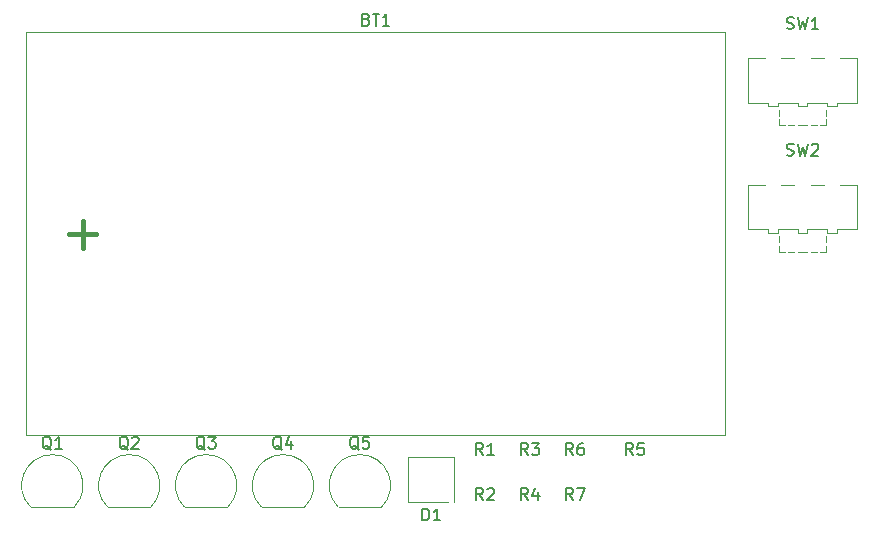
<source format=gto>
G04 #@! TF.GenerationSoftware,KiCad,Pcbnew,5.1.9+dfsg1-1+deb11u1*
G04 #@! TF.CreationDate,2023-11-08T13:21:38-05:00*
G04 #@! TF.ProjectId,Unit1-04,556e6974-312d-4303-942e-6b696361645f,rev?*
G04 #@! TF.SameCoordinates,Original*
G04 #@! TF.FileFunction,Legend,Top*
G04 #@! TF.FilePolarity,Positive*
%FSLAX46Y46*%
G04 Gerber Fmt 4.6, Leading zero omitted, Abs format (unit mm)*
G04 Created by KiCad (PCBNEW 5.1.9+dfsg1-1+deb11u1) date 2023-11-08 13:21:38*
%MOMM*%
%LPD*%
G01*
G04 APERTURE LIST*
%ADD10C,0.120000*%
%ADD11C,0.150000*%
%ADD12C,0.450000*%
%ADD13C,2.600000*%
%ADD14R,2.600000X2.600000*%
%ADD15C,3.800000*%
%ADD16R,0.550000X0.380000*%
%ADD17R,1.400000X1.200000*%
%ADD18O,1.050000X1.500000*%
%ADD19R,1.050000X1.500000*%
%ADD20C,0.900000*%
%ADD21R,1.250000X2.500000*%
G04 APERTURE END LIST*
D10*
X108465001Y-108245001D02*
X167685001Y-108245001D01*
X108465001Y-74125001D02*
X167685001Y-74125001D01*
X167685001Y-74125001D02*
X167685001Y-108245001D01*
X108465001Y-74125001D02*
X108465001Y-108245001D01*
X144175001Y-113905001D02*
X140845001Y-113905001D01*
X144705001Y-110055001D02*
X144705001Y-113905001D01*
X140845001Y-110055001D02*
X144705001Y-110055001D01*
X140845001Y-113905001D02*
X140845001Y-110055001D01*
X108905001Y-114315001D02*
X112505001Y-114315001D01*
X108866523Y-114303479D02*
G75*
G02*
X110705001Y-109865001I1838478J1838478D01*
G01*
X112543479Y-114303479D02*
G75*
G03*
X110705001Y-109865001I-1838478J1838478D01*
G01*
X115415001Y-114315001D02*
X119015001Y-114315001D01*
X115376523Y-114303479D02*
G75*
G02*
X117215001Y-109865001I1838478J1838478D01*
G01*
X119053479Y-114303479D02*
G75*
G03*
X117215001Y-109865001I-1838478J1838478D01*
G01*
X121925001Y-114315001D02*
X125525001Y-114315001D01*
X121886523Y-114303479D02*
G75*
G02*
X123725001Y-109865001I1838478J1838478D01*
G01*
X125563479Y-114303479D02*
G75*
G03*
X123725001Y-109865001I-1838478J1838478D01*
G01*
X128435001Y-114315001D02*
X132035001Y-114315001D01*
X132073479Y-114303479D02*
G75*
G03*
X130235001Y-109865001I-1838478J1838478D01*
G01*
X128396523Y-114303479D02*
G75*
G02*
X130235001Y-109865001I1838478J1838478D01*
G01*
X134945001Y-114315001D02*
X138545001Y-114315001D01*
X138583479Y-114303479D02*
G75*
G03*
X136745001Y-109865001I-1838478J1838478D01*
G01*
X134906523Y-114303479D02*
G75*
G02*
X136745001Y-109865001I1838478J1838478D01*
G01*
X177425001Y-76285001D02*
X178825001Y-76285001D01*
X178825001Y-76285001D02*
X178825001Y-80085001D01*
X169625001Y-80085001D02*
X169625001Y-76285001D01*
X169625001Y-76285001D02*
X171025001Y-76285001D01*
X176025001Y-76285001D02*
X174925001Y-76285001D01*
X174925001Y-76285001D02*
X174925001Y-76285001D01*
X173525001Y-76285001D02*
X172425001Y-76285001D01*
X172425001Y-76285001D02*
X172425001Y-76285001D01*
X178825001Y-80085001D02*
X177125001Y-80085001D01*
X177125001Y-80085001D02*
X177125001Y-80385001D01*
X177125001Y-80385001D02*
X176325001Y-80385001D01*
X176325001Y-80385001D02*
X176325001Y-80085001D01*
X176325001Y-80085001D02*
X174625001Y-80085001D01*
X174625001Y-80085001D02*
X174625001Y-80385001D01*
X174625001Y-80385001D02*
X173825001Y-80385001D01*
X173825001Y-80385001D02*
X173825001Y-80085001D01*
X173825001Y-80085001D02*
X172125001Y-80085001D01*
X172125001Y-80085001D02*
X172125001Y-80385001D01*
X172125001Y-80385001D02*
X171325001Y-80385001D01*
X171325001Y-80385001D02*
X171325001Y-80085001D01*
X171325001Y-80085001D02*
X169625001Y-80085001D01*
X169625001Y-80085001D02*
X169625001Y-80085001D01*
X172225001Y-81985001D02*
X172225001Y-81485001D01*
X172225001Y-81485001D02*
X172225001Y-81485001D01*
X172225001Y-81985001D02*
X172725001Y-81985001D01*
X172725001Y-81985001D02*
X172725001Y-81985001D01*
X176225001Y-81985001D02*
X175725001Y-81985001D01*
X175725001Y-81985001D02*
X175725001Y-81985001D01*
X176225001Y-81985001D02*
X176225001Y-81485001D01*
X176225001Y-81485001D02*
X176225001Y-81485001D01*
X176225001Y-81185001D02*
X176225001Y-80685001D01*
X176225001Y-80685001D02*
X176225001Y-80685001D01*
X172225001Y-81185001D02*
X172225001Y-80685001D01*
X172225001Y-80685001D02*
X172225001Y-80685001D01*
X173025001Y-81985001D02*
X173525001Y-81985001D01*
X173525001Y-81985001D02*
X173525001Y-81985001D01*
X175425001Y-81985001D02*
X174925001Y-81985001D01*
X174925001Y-81985001D02*
X174925001Y-81985001D01*
X174625001Y-81985001D02*
X173825001Y-81985001D01*
X173825001Y-81985001D02*
X173825001Y-81985001D01*
X177425001Y-87000000D02*
X178825001Y-87000000D01*
X178825001Y-87000000D02*
X178825001Y-90800000D01*
X169625001Y-90800000D02*
X169625001Y-87000000D01*
X169625001Y-87000000D02*
X171025001Y-87000000D01*
X176025001Y-87000000D02*
X174925001Y-87000000D01*
X174925001Y-87000000D02*
X174925001Y-87000000D01*
X173525001Y-87000000D02*
X172425001Y-87000000D01*
X172425001Y-87000000D02*
X172425001Y-87000000D01*
X178825001Y-90800000D02*
X177125001Y-90800000D01*
X177125001Y-90800000D02*
X177125001Y-91100000D01*
X177125001Y-91100000D02*
X176325001Y-91100000D01*
X176325001Y-91100000D02*
X176325001Y-90800000D01*
X176325001Y-90800000D02*
X174625001Y-90800000D01*
X174625001Y-90800000D02*
X174625001Y-91100000D01*
X174625001Y-91100000D02*
X173825001Y-91100000D01*
X173825001Y-91100000D02*
X173825001Y-90800000D01*
X173825001Y-90800000D02*
X172125001Y-90800000D01*
X172125001Y-90800000D02*
X172125001Y-91100000D01*
X172125001Y-91100000D02*
X171325001Y-91100000D01*
X171325001Y-91100000D02*
X171325001Y-90800000D01*
X171325001Y-90800000D02*
X169625001Y-90800000D01*
X169625001Y-90800000D02*
X169625001Y-90800000D01*
X172225001Y-92700000D02*
X172225001Y-92200000D01*
X172225001Y-92200000D02*
X172225001Y-92200000D01*
X172225001Y-92700000D02*
X172725001Y-92700000D01*
X172725001Y-92700000D02*
X172725001Y-92700000D01*
X176225001Y-92700000D02*
X175725001Y-92700000D01*
X175725001Y-92700000D02*
X175725001Y-92700000D01*
X176225001Y-92700000D02*
X176225001Y-92200000D01*
X176225001Y-92200000D02*
X176225001Y-92200000D01*
X176225001Y-91900000D02*
X176225001Y-91400000D01*
X176225001Y-91400000D02*
X176225001Y-91400000D01*
X172225001Y-91900000D02*
X172225001Y-91400000D01*
X172225001Y-91400000D02*
X172225001Y-91400000D01*
X173025001Y-92700000D02*
X173525001Y-92700000D01*
X173525001Y-92700000D02*
X173525001Y-92700000D01*
X175425001Y-92700000D02*
X174925001Y-92700000D01*
X174925001Y-92700000D02*
X174925001Y-92700000D01*
X174625001Y-92700000D02*
X173825001Y-92700000D01*
X173825001Y-92700000D02*
X173825001Y-92700000D01*
D11*
X137289286Y-73013572D02*
X137432143Y-73061191D01*
X137479762Y-73108810D01*
X137527381Y-73204048D01*
X137527381Y-73346905D01*
X137479762Y-73442143D01*
X137432143Y-73489762D01*
X137336905Y-73537381D01*
X136955953Y-73537381D01*
X136955953Y-72537381D01*
X137289286Y-72537381D01*
X137384524Y-72585001D01*
X137432143Y-72632620D01*
X137479762Y-72727858D01*
X137479762Y-72823096D01*
X137432143Y-72918334D01*
X137384524Y-72965953D01*
X137289286Y-73013572D01*
X136955953Y-73013572D01*
X137813096Y-72537381D02*
X138384524Y-72537381D01*
X138098810Y-73537381D02*
X138098810Y-72537381D01*
X139241667Y-73537381D02*
X138670239Y-73537381D01*
X138955953Y-73537381D02*
X138955953Y-72537381D01*
X138860715Y-72680239D01*
X138765477Y-72775477D01*
X138670239Y-72823096D01*
D12*
X112132143Y-91199286D02*
X114417858Y-91199286D01*
X113275001Y-92342143D02*
X113275001Y-90056429D01*
D11*
X142036905Y-115437381D02*
X142036905Y-114437381D01*
X142275001Y-114437381D01*
X142417858Y-114485001D01*
X142513096Y-114580239D01*
X142560715Y-114675477D01*
X142608334Y-114865953D01*
X142608334Y-115008810D01*
X142560715Y-115199286D01*
X142513096Y-115294524D01*
X142417858Y-115389762D01*
X142275001Y-115437381D01*
X142036905Y-115437381D01*
X143560715Y-115437381D02*
X142989286Y-115437381D01*
X143275001Y-115437381D02*
X143275001Y-114437381D01*
X143179762Y-114580239D01*
X143084524Y-114675477D01*
X142989286Y-114723096D01*
X110609762Y-109452620D02*
X110514524Y-109405001D01*
X110419286Y-109309762D01*
X110276429Y-109166905D01*
X110181191Y-109119286D01*
X110085953Y-109119286D01*
X110133572Y-109357381D02*
X110038334Y-109309762D01*
X109943096Y-109214524D01*
X109895477Y-109024048D01*
X109895477Y-108690715D01*
X109943096Y-108500239D01*
X110038334Y-108405001D01*
X110133572Y-108357381D01*
X110324048Y-108357381D01*
X110419286Y-108405001D01*
X110514524Y-108500239D01*
X110562143Y-108690715D01*
X110562143Y-109024048D01*
X110514524Y-109214524D01*
X110419286Y-109309762D01*
X110324048Y-109357381D01*
X110133572Y-109357381D01*
X111514524Y-109357381D02*
X110943096Y-109357381D01*
X111228810Y-109357381D02*
X111228810Y-108357381D01*
X111133572Y-108500239D01*
X111038334Y-108595477D01*
X110943096Y-108643096D01*
X117119762Y-109452620D02*
X117024524Y-109405001D01*
X116929286Y-109309762D01*
X116786429Y-109166905D01*
X116691191Y-109119286D01*
X116595953Y-109119286D01*
X116643572Y-109357381D02*
X116548334Y-109309762D01*
X116453096Y-109214524D01*
X116405477Y-109024048D01*
X116405477Y-108690715D01*
X116453096Y-108500239D01*
X116548334Y-108405001D01*
X116643572Y-108357381D01*
X116834048Y-108357381D01*
X116929286Y-108405001D01*
X117024524Y-108500239D01*
X117072143Y-108690715D01*
X117072143Y-109024048D01*
X117024524Y-109214524D01*
X116929286Y-109309762D01*
X116834048Y-109357381D01*
X116643572Y-109357381D01*
X117453096Y-108452620D02*
X117500715Y-108405001D01*
X117595953Y-108357381D01*
X117834048Y-108357381D01*
X117929286Y-108405001D01*
X117976905Y-108452620D01*
X118024524Y-108547858D01*
X118024524Y-108643096D01*
X117976905Y-108785953D01*
X117405477Y-109357381D01*
X118024524Y-109357381D01*
X123629762Y-109452620D02*
X123534524Y-109405001D01*
X123439286Y-109309762D01*
X123296429Y-109166905D01*
X123201191Y-109119286D01*
X123105953Y-109119286D01*
X123153572Y-109357381D02*
X123058334Y-109309762D01*
X122963096Y-109214524D01*
X122915477Y-109024048D01*
X122915477Y-108690715D01*
X122963096Y-108500239D01*
X123058334Y-108405001D01*
X123153572Y-108357381D01*
X123344048Y-108357381D01*
X123439286Y-108405001D01*
X123534524Y-108500239D01*
X123582143Y-108690715D01*
X123582143Y-109024048D01*
X123534524Y-109214524D01*
X123439286Y-109309762D01*
X123344048Y-109357381D01*
X123153572Y-109357381D01*
X123915477Y-108357381D02*
X124534524Y-108357381D01*
X124201191Y-108738334D01*
X124344048Y-108738334D01*
X124439286Y-108785953D01*
X124486905Y-108833572D01*
X124534524Y-108928810D01*
X124534524Y-109166905D01*
X124486905Y-109262143D01*
X124439286Y-109309762D01*
X124344048Y-109357381D01*
X124058334Y-109357381D01*
X123963096Y-109309762D01*
X123915477Y-109262143D01*
X130139762Y-109452620D02*
X130044524Y-109405001D01*
X129949286Y-109309762D01*
X129806429Y-109166905D01*
X129711191Y-109119286D01*
X129615953Y-109119286D01*
X129663572Y-109357381D02*
X129568334Y-109309762D01*
X129473096Y-109214524D01*
X129425477Y-109024048D01*
X129425477Y-108690715D01*
X129473096Y-108500239D01*
X129568334Y-108405001D01*
X129663572Y-108357381D01*
X129854048Y-108357381D01*
X129949286Y-108405001D01*
X130044524Y-108500239D01*
X130092143Y-108690715D01*
X130092143Y-109024048D01*
X130044524Y-109214524D01*
X129949286Y-109309762D01*
X129854048Y-109357381D01*
X129663572Y-109357381D01*
X130949286Y-108690715D02*
X130949286Y-109357381D01*
X130711191Y-108309762D02*
X130473096Y-109024048D01*
X131092143Y-109024048D01*
X136649762Y-109452620D02*
X136554524Y-109405001D01*
X136459286Y-109309762D01*
X136316429Y-109166905D01*
X136221191Y-109119286D01*
X136125953Y-109119286D01*
X136173572Y-109357381D02*
X136078334Y-109309762D01*
X135983096Y-109214524D01*
X135935477Y-109024048D01*
X135935477Y-108690715D01*
X135983096Y-108500239D01*
X136078334Y-108405001D01*
X136173572Y-108357381D01*
X136364048Y-108357381D01*
X136459286Y-108405001D01*
X136554524Y-108500239D01*
X136602143Y-108690715D01*
X136602143Y-109024048D01*
X136554524Y-109214524D01*
X136459286Y-109309762D01*
X136364048Y-109357381D01*
X136173572Y-109357381D01*
X137506905Y-108357381D02*
X137030715Y-108357381D01*
X136983096Y-108833572D01*
X137030715Y-108785953D01*
X137125953Y-108738334D01*
X137364048Y-108738334D01*
X137459286Y-108785953D01*
X137506905Y-108833572D01*
X137554524Y-108928810D01*
X137554524Y-109166905D01*
X137506905Y-109262143D01*
X137459286Y-109309762D01*
X137364048Y-109357381D01*
X137125953Y-109357381D01*
X137030715Y-109309762D01*
X136983096Y-109262143D01*
X147153333Y-109892380D02*
X146820000Y-109416190D01*
X146581904Y-109892380D02*
X146581904Y-108892380D01*
X146962857Y-108892380D01*
X147058095Y-108940000D01*
X147105714Y-108987619D01*
X147153333Y-109082857D01*
X147153333Y-109225714D01*
X147105714Y-109320952D01*
X147058095Y-109368571D01*
X146962857Y-109416190D01*
X146581904Y-109416190D01*
X148105714Y-109892380D02*
X147534285Y-109892380D01*
X147820000Y-109892380D02*
X147820000Y-108892380D01*
X147724761Y-109035238D01*
X147629523Y-109130476D01*
X147534285Y-109178095D01*
X147153333Y-113702380D02*
X146820000Y-113226190D01*
X146581904Y-113702380D02*
X146581904Y-112702380D01*
X146962857Y-112702380D01*
X147058095Y-112750000D01*
X147105714Y-112797619D01*
X147153333Y-112892857D01*
X147153333Y-113035714D01*
X147105714Y-113130952D01*
X147058095Y-113178571D01*
X146962857Y-113226190D01*
X146581904Y-113226190D01*
X147534285Y-112797619D02*
X147581904Y-112750000D01*
X147677142Y-112702380D01*
X147915238Y-112702380D01*
X148010476Y-112750000D01*
X148058095Y-112797619D01*
X148105714Y-112892857D01*
X148105714Y-112988095D01*
X148058095Y-113130952D01*
X147486666Y-113702380D01*
X148105714Y-113702380D01*
X150963333Y-109892380D02*
X150630000Y-109416190D01*
X150391904Y-109892380D02*
X150391904Y-108892380D01*
X150772857Y-108892380D01*
X150868095Y-108940000D01*
X150915714Y-108987619D01*
X150963333Y-109082857D01*
X150963333Y-109225714D01*
X150915714Y-109320952D01*
X150868095Y-109368571D01*
X150772857Y-109416190D01*
X150391904Y-109416190D01*
X151296666Y-108892380D02*
X151915714Y-108892380D01*
X151582380Y-109273333D01*
X151725238Y-109273333D01*
X151820476Y-109320952D01*
X151868095Y-109368571D01*
X151915714Y-109463809D01*
X151915714Y-109701904D01*
X151868095Y-109797142D01*
X151820476Y-109844761D01*
X151725238Y-109892380D01*
X151439523Y-109892380D01*
X151344285Y-109844761D01*
X151296666Y-109797142D01*
X150963333Y-113702380D02*
X150630000Y-113226190D01*
X150391904Y-113702380D02*
X150391904Y-112702380D01*
X150772857Y-112702380D01*
X150868095Y-112750000D01*
X150915714Y-112797619D01*
X150963333Y-112892857D01*
X150963333Y-113035714D01*
X150915714Y-113130952D01*
X150868095Y-113178571D01*
X150772857Y-113226190D01*
X150391904Y-113226190D01*
X151820476Y-113035714D02*
X151820476Y-113702380D01*
X151582380Y-112654761D02*
X151344285Y-113369047D01*
X151963333Y-113369047D01*
X159853333Y-109892380D02*
X159520000Y-109416190D01*
X159281904Y-109892380D02*
X159281904Y-108892380D01*
X159662857Y-108892380D01*
X159758095Y-108940000D01*
X159805714Y-108987619D01*
X159853333Y-109082857D01*
X159853333Y-109225714D01*
X159805714Y-109320952D01*
X159758095Y-109368571D01*
X159662857Y-109416190D01*
X159281904Y-109416190D01*
X160758095Y-108892380D02*
X160281904Y-108892380D01*
X160234285Y-109368571D01*
X160281904Y-109320952D01*
X160377142Y-109273333D01*
X160615238Y-109273333D01*
X160710476Y-109320952D01*
X160758095Y-109368571D01*
X160805714Y-109463809D01*
X160805714Y-109701904D01*
X160758095Y-109797142D01*
X160710476Y-109844761D01*
X160615238Y-109892380D01*
X160377142Y-109892380D01*
X160281904Y-109844761D01*
X160234285Y-109797142D01*
X154773333Y-109892380D02*
X154440000Y-109416190D01*
X154201904Y-109892380D02*
X154201904Y-108892380D01*
X154582857Y-108892380D01*
X154678095Y-108940000D01*
X154725714Y-108987619D01*
X154773333Y-109082857D01*
X154773333Y-109225714D01*
X154725714Y-109320952D01*
X154678095Y-109368571D01*
X154582857Y-109416190D01*
X154201904Y-109416190D01*
X155630476Y-108892380D02*
X155440000Y-108892380D01*
X155344761Y-108940000D01*
X155297142Y-108987619D01*
X155201904Y-109130476D01*
X155154285Y-109320952D01*
X155154285Y-109701904D01*
X155201904Y-109797142D01*
X155249523Y-109844761D01*
X155344761Y-109892380D01*
X155535238Y-109892380D01*
X155630476Y-109844761D01*
X155678095Y-109797142D01*
X155725714Y-109701904D01*
X155725714Y-109463809D01*
X155678095Y-109368571D01*
X155630476Y-109320952D01*
X155535238Y-109273333D01*
X155344761Y-109273333D01*
X155249523Y-109320952D01*
X155201904Y-109368571D01*
X155154285Y-109463809D01*
X154773333Y-113702380D02*
X154440000Y-113226190D01*
X154201904Y-113702380D02*
X154201904Y-112702380D01*
X154582857Y-112702380D01*
X154678095Y-112750000D01*
X154725714Y-112797619D01*
X154773333Y-112892857D01*
X154773333Y-113035714D01*
X154725714Y-113130952D01*
X154678095Y-113178571D01*
X154582857Y-113226190D01*
X154201904Y-113226190D01*
X155106666Y-112702380D02*
X155773333Y-112702380D01*
X155344761Y-113702380D01*
X172891667Y-73789762D02*
X173034524Y-73837381D01*
X173272620Y-73837381D01*
X173367858Y-73789762D01*
X173415477Y-73742143D01*
X173463096Y-73646905D01*
X173463096Y-73551667D01*
X173415477Y-73456429D01*
X173367858Y-73408810D01*
X173272620Y-73361191D01*
X173082143Y-73313572D01*
X172986905Y-73265953D01*
X172939286Y-73218334D01*
X172891667Y-73123096D01*
X172891667Y-73027858D01*
X172939286Y-72932620D01*
X172986905Y-72885001D01*
X173082143Y-72837381D01*
X173320239Y-72837381D01*
X173463096Y-72885001D01*
X173796429Y-72837381D02*
X174034524Y-73837381D01*
X174225001Y-73123096D01*
X174415477Y-73837381D01*
X174653572Y-72837381D01*
X175558334Y-73837381D02*
X174986905Y-73837381D01*
X175272620Y-73837381D02*
X175272620Y-72837381D01*
X175177381Y-72980239D01*
X175082143Y-73075477D01*
X174986905Y-73123096D01*
X172891667Y-84504761D02*
X173034524Y-84552380D01*
X173272620Y-84552380D01*
X173367858Y-84504761D01*
X173415477Y-84457142D01*
X173463096Y-84361904D01*
X173463096Y-84266666D01*
X173415477Y-84171428D01*
X173367858Y-84123809D01*
X173272620Y-84076190D01*
X173082143Y-84028571D01*
X172986905Y-83980952D01*
X172939286Y-83933333D01*
X172891667Y-83838095D01*
X172891667Y-83742857D01*
X172939286Y-83647619D01*
X172986905Y-83600000D01*
X173082143Y-83552380D01*
X173320239Y-83552380D01*
X173463096Y-83600000D01*
X173796429Y-83552380D02*
X174034524Y-84552380D01*
X174225001Y-83838095D01*
X174415477Y-84552380D01*
X174653572Y-83552380D01*
X174986905Y-83647619D02*
X175034524Y-83600000D01*
X175129762Y-83552380D01*
X175367858Y-83552380D01*
X175463096Y-83600000D01*
X175510715Y-83647619D01*
X175558334Y-83742857D01*
X175558334Y-83838095D01*
X175510715Y-83980952D01*
X174939286Y-84552380D01*
X175558334Y-84552380D01*
%LPC*%
D13*
X165875001Y-91185001D03*
D14*
X110275001Y-91185001D03*
D15*
X122175001Y-91185001D03*
X153975001Y-91185001D03*
D16*
X143225001Y-112925001D03*
X142325001Y-112925001D03*
D17*
X142775001Y-111885001D03*
D18*
X110705001Y-112465001D03*
X111975001Y-112465001D03*
D19*
X109435001Y-112465001D03*
D18*
X117215001Y-112465001D03*
X118485001Y-112465001D03*
D19*
X115945001Y-112465001D03*
D18*
X123725001Y-112465001D03*
X124995001Y-112465001D03*
D19*
X122455001Y-112465001D03*
X128965001Y-112465001D03*
D18*
X131505001Y-112465001D03*
X130235001Y-112465001D03*
D19*
X135475001Y-112465001D03*
D18*
X138015001Y-112465001D03*
X136745001Y-112465001D03*
G36*
G01*
X146595000Y-110590000D02*
X146595000Y-110390000D01*
G75*
G02*
X146695000Y-110290000I100000J0D01*
G01*
X147130000Y-110290000D01*
G75*
G02*
X147230000Y-110390000I0J-100000D01*
G01*
X147230000Y-110590000D01*
G75*
G02*
X147130000Y-110690000I-100000J0D01*
G01*
X146695000Y-110690000D01*
G75*
G02*
X146595000Y-110590000I0J100000D01*
G01*
G37*
G36*
G01*
X147410000Y-110590000D02*
X147410000Y-110390000D01*
G75*
G02*
X147510000Y-110290000I100000J0D01*
G01*
X147945000Y-110290000D01*
G75*
G02*
X148045000Y-110390000I0J-100000D01*
G01*
X148045000Y-110590000D01*
G75*
G02*
X147945000Y-110690000I-100000J0D01*
G01*
X147510000Y-110690000D01*
G75*
G02*
X147410000Y-110590000I0J100000D01*
G01*
G37*
G36*
G01*
X147410000Y-114400000D02*
X147410000Y-114200000D01*
G75*
G02*
X147510000Y-114100000I100000J0D01*
G01*
X147945000Y-114100000D01*
G75*
G02*
X148045000Y-114200000I0J-100000D01*
G01*
X148045000Y-114400000D01*
G75*
G02*
X147945000Y-114500000I-100000J0D01*
G01*
X147510000Y-114500000D01*
G75*
G02*
X147410000Y-114400000I0J100000D01*
G01*
G37*
G36*
G01*
X146595000Y-114400000D02*
X146595000Y-114200000D01*
G75*
G02*
X146695000Y-114100000I100000J0D01*
G01*
X147130000Y-114100000D01*
G75*
G02*
X147230000Y-114200000I0J-100000D01*
G01*
X147230000Y-114400000D01*
G75*
G02*
X147130000Y-114500000I-100000J0D01*
G01*
X146695000Y-114500000D01*
G75*
G02*
X146595000Y-114400000I0J100000D01*
G01*
G37*
G36*
G01*
X151220000Y-110590000D02*
X151220000Y-110390000D01*
G75*
G02*
X151320000Y-110290000I100000J0D01*
G01*
X151755000Y-110290000D01*
G75*
G02*
X151855000Y-110390000I0J-100000D01*
G01*
X151855000Y-110590000D01*
G75*
G02*
X151755000Y-110690000I-100000J0D01*
G01*
X151320000Y-110690000D01*
G75*
G02*
X151220000Y-110590000I0J100000D01*
G01*
G37*
G36*
G01*
X150405000Y-110590000D02*
X150405000Y-110390000D01*
G75*
G02*
X150505000Y-110290000I100000J0D01*
G01*
X150940000Y-110290000D01*
G75*
G02*
X151040000Y-110390000I0J-100000D01*
G01*
X151040000Y-110590000D01*
G75*
G02*
X150940000Y-110690000I-100000J0D01*
G01*
X150505000Y-110690000D01*
G75*
G02*
X150405000Y-110590000I0J100000D01*
G01*
G37*
G36*
G01*
X150405000Y-114400000D02*
X150405000Y-114200000D01*
G75*
G02*
X150505000Y-114100000I100000J0D01*
G01*
X150940000Y-114100000D01*
G75*
G02*
X151040000Y-114200000I0J-100000D01*
G01*
X151040000Y-114400000D01*
G75*
G02*
X150940000Y-114500000I-100000J0D01*
G01*
X150505000Y-114500000D01*
G75*
G02*
X150405000Y-114400000I0J100000D01*
G01*
G37*
G36*
G01*
X151220000Y-114400000D02*
X151220000Y-114200000D01*
G75*
G02*
X151320000Y-114100000I100000J0D01*
G01*
X151755000Y-114100000D01*
G75*
G02*
X151855000Y-114200000I0J-100000D01*
G01*
X151855000Y-114400000D01*
G75*
G02*
X151755000Y-114500000I-100000J0D01*
G01*
X151320000Y-114500000D01*
G75*
G02*
X151220000Y-114400000I0J100000D01*
G01*
G37*
G36*
G01*
X159295000Y-110590000D02*
X159295000Y-110390000D01*
G75*
G02*
X159395000Y-110290000I100000J0D01*
G01*
X159830000Y-110290000D01*
G75*
G02*
X159930000Y-110390000I0J-100000D01*
G01*
X159930000Y-110590000D01*
G75*
G02*
X159830000Y-110690000I-100000J0D01*
G01*
X159395000Y-110690000D01*
G75*
G02*
X159295000Y-110590000I0J100000D01*
G01*
G37*
G36*
G01*
X160110000Y-110590000D02*
X160110000Y-110390000D01*
G75*
G02*
X160210000Y-110290000I100000J0D01*
G01*
X160645000Y-110290000D01*
G75*
G02*
X160745000Y-110390000I0J-100000D01*
G01*
X160745000Y-110590000D01*
G75*
G02*
X160645000Y-110690000I-100000J0D01*
G01*
X160210000Y-110690000D01*
G75*
G02*
X160110000Y-110590000I0J100000D01*
G01*
G37*
G36*
G01*
X155030000Y-110590000D02*
X155030000Y-110390000D01*
G75*
G02*
X155130000Y-110290000I100000J0D01*
G01*
X155565000Y-110290000D01*
G75*
G02*
X155665000Y-110390000I0J-100000D01*
G01*
X155665000Y-110590000D01*
G75*
G02*
X155565000Y-110690000I-100000J0D01*
G01*
X155130000Y-110690000D01*
G75*
G02*
X155030000Y-110590000I0J100000D01*
G01*
G37*
G36*
G01*
X154215000Y-110590000D02*
X154215000Y-110390000D01*
G75*
G02*
X154315000Y-110290000I100000J0D01*
G01*
X154750000Y-110290000D01*
G75*
G02*
X154850000Y-110390000I0J-100000D01*
G01*
X154850000Y-110590000D01*
G75*
G02*
X154750000Y-110690000I-100000J0D01*
G01*
X154315000Y-110690000D01*
G75*
G02*
X154215000Y-110590000I0J100000D01*
G01*
G37*
G36*
G01*
X154215000Y-114400000D02*
X154215000Y-114200000D01*
G75*
G02*
X154315000Y-114100000I100000J0D01*
G01*
X154750000Y-114100000D01*
G75*
G02*
X154850000Y-114200000I0J-100000D01*
G01*
X154850000Y-114400000D01*
G75*
G02*
X154750000Y-114500000I-100000J0D01*
G01*
X154315000Y-114500000D01*
G75*
G02*
X154215000Y-114400000I0J100000D01*
G01*
G37*
G36*
G01*
X155030000Y-114400000D02*
X155030000Y-114200000D01*
G75*
G02*
X155130000Y-114100000I100000J0D01*
G01*
X155565000Y-114100000D01*
G75*
G02*
X155665000Y-114200000I0J-100000D01*
G01*
X155665000Y-114400000D01*
G75*
G02*
X155565000Y-114500000I-100000J0D01*
G01*
X155130000Y-114500000D01*
G75*
G02*
X155030000Y-114400000I0J100000D01*
G01*
G37*
D20*
X177625001Y-78185001D03*
X170825001Y-78185001D03*
D21*
X176725001Y-75435001D03*
X174225001Y-75435001D03*
X171725001Y-75435001D03*
D20*
X177625001Y-88900000D03*
X170825001Y-88900000D03*
D21*
X176725001Y-86150000D03*
X174225001Y-86150000D03*
X171725001Y-86150000D03*
M02*

</source>
